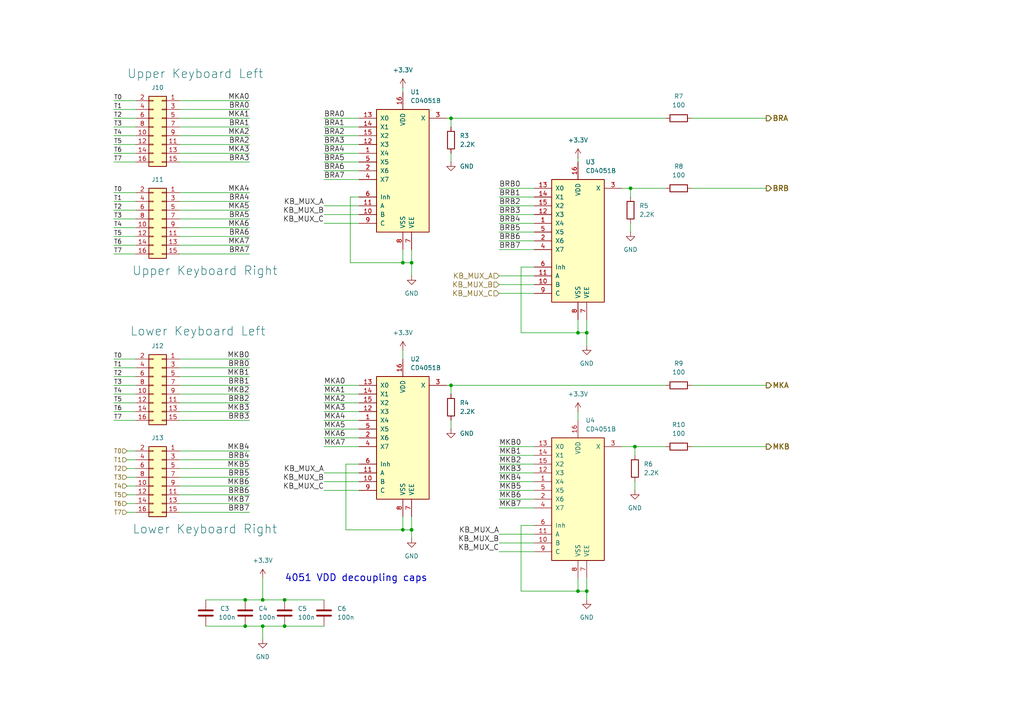
<source format=kicad_sch>
(kicad_sch (version 20250114) (generator "eeschema") (generator_version "9.0")
  (paper "A4")
  (title_block (title "Keyboards Matrix Scanner") (date "2025-07-30") (rev "1.0"))
  (lib_symbols
    (symbol "4xxx:4051" (pin_names (offset 1.016))
      (property "Reference" "U" (at -7.62 19.05 0))
      (property "Value" "4051" (at -7.62 -19.05 0))
      (symbol "4051_1_0"
        (pin passive line (at -12.7 15.24 0) (length 5.08) (name "X0") (number "13"))
        (pin passive line (at -12.7 12.7 0) (length 5.08) (name "X1") (number "14"))
        (pin passive line (at -12.7 10.16 0) (length 5.08) (name "X2") (number "15"))
        (pin passive line (at -12.7 7.62 0) (length 5.08) (name "X3") (number "12"))
        (pin passive line (at -12.7 5.08 0) (length 5.08) (name "X4") (number "1"))
        (pin passive line (at -12.7 2.54 0) (length 5.08) (name "X5") (number "5"))
        (pin passive line (at -12.7 0 0) (length 5.08) (name "X6") (number "2"))
        (pin passive line (at -12.7 -2.54 0) (length 5.08) (name "X7") (number "4"))
        (pin input line (at -12.7 -7.62 0) (length 5.08) (name "Inh") (number "6"))
        (pin input line (at -12.7 -10.16 0) (length 5.08) (name "A") (number "11"))
        (pin input line (at -12.7 -12.7 0) (length 5.08) (name "B") (number "10"))
        (pin input line (at -12.7 -15.24 0) (length 5.08) (name "C") (number "9"))
        (pin power_in line (at 0 22.86 270) (length 5.08) (name "VDD") (number "16"))
        (pin power_in line (at 0 -22.86 90) (length 5.08) (name "VSS") (number "8"))
        (pin power_in line (at 2.54 -22.86 90) (length 5.08) (name "VEE") (number "7"))
        (pin passive line (at 12.7 15.24 180) (length 5.08) (name "X") (number "3"))
      )
      (symbol "4051_1_1"
        (rectangle (start -7.62 17.78) (end 7.62 -17.78) (stroke (width 0.254)) (fill (type background)))
      )
    )
    (symbol "Connector_Generic:Conn_02x08_Odd_Even" (pin_names (offset 1.016) (hide yes))
      (property "Reference" "J" (at 1.27 10.16 0))
      (property "Value" "Conn_02x08_Odd_Even" (at 1.27 -12.7 0))
      (symbol "Conn_02x08_Odd_Even_1_1"
        (rectangle (start -1.27 8.89) (end 3.81 -11.43) (stroke (width 0.254)) (fill (type background)))
        (rectangle (start -1.27 7.747) (end 0 7.493) (stroke (width 0.1524)))
        (rectangle (start -1.27 5.207) (end 0 4.953) (stroke (width 0.1524)))
        (rectangle (start -1.27 2.667) (end 0 2.413) (stroke (width 0.1524)))
        (rectangle (start -1.27 0.127) (end 0 -0.127) (stroke (width 0.1524)))
        (rectangle (start -1.27 -2.413) (end 0 -2.667) (stroke (width 0.1524)))
        (rectangle (start -1.27 -4.953) (end 0 -5.207) (stroke (width 0.1524)))
        (rectangle (start -1.27 -7.493) (end 0 -7.747) (stroke (width 0.1524)))
        (rectangle (start -1.27 -10.033) (end 0 -10.287) (stroke (width 0.1524)))
        (rectangle (start 3.81 7.747) (end 2.54 7.493) (stroke (width 0.1524)))
        (rectangle (start 3.81 5.207) (end 2.54 4.953) (stroke (width 0.1524)))
        (rectangle (start 3.81 2.667) (end 2.54 2.413) (stroke (width 0.1524)))
        (rectangle (start 3.81 0.127) (end 2.54 -0.127) (stroke (width 0.1524)))
        (rectangle (start 3.81 -2.413) (end 2.54 -2.667) (stroke (width 0.1524)))
        (rectangle (start 3.81 -4.953) (end 2.54 -5.207) (stroke (width 0.1524)))
        (rectangle (start 3.81 -7.493) (end 2.54 -7.747) (stroke (width 0.1524)))
        (rectangle (start 3.81 -10.033) (end 2.54 -10.287) (stroke (width 0.1524)))
        (pin passive line (at -5.08 7.62 0) (length 3.81) (name "Pin_1") (number "1"))
        (pin passive line (at -5.08 5.08 0) (length 3.81) (name "Pin_3") (number "3"))
        (pin passive line (at -5.08 2.54 0) (length 3.81) (name "Pin_5") (number "5"))
        (pin passive line (at -5.08 0 0) (length 3.81) (name "Pin_7") (number "7"))
        (pin passive line (at -5.08 -2.54 0) (length 3.81) (name "Pin_9") (number "9"))
        (pin passive line (at -5.08 -5.08 0) (length 3.81) (name "Pin_11") (number "11"))
        (pin passive line (at -5.08 -7.62 0) (length 3.81) (name "Pin_13") (number "13"))
        (pin passive line (at -5.08 -10.16 0) (length 3.81) (name "Pin_15") (number "15"))
        (pin passive line (at 7.62 7.62 180) (length 3.81) (name "Pin_2") (number "2"))
        (pin passive line (at 7.62 5.08 180) (length 3.81) (name "Pin_4") (number "4"))
        (pin passive line (at 7.62 2.54 180) (length 3.81) (name "Pin_6") (number "6"))
        (pin passive line (at 7.62 0 180) (length 3.81) (name "Pin_8") (number "8"))
        (pin passive line (at 7.62 -2.54 180) (length 3.81) (name "Pin_10") (number "10"))
        (pin passive line (at 7.62 -5.08 180) (length 3.81) (name "Pin_12") (number "12"))
        (pin passive line (at 7.62 -7.62 180) (length 3.81) (name "Pin_14") (number "14"))
        (pin passive line (at 7.62 -10.16 180) (length 3.81) (name "Pin_16") (number "16"))
      )
    )
    (symbol "Device:C" (pin_numbers (hide yes)) (pin_names (offset 0.254))
      (property "Reference" "C" (at 0.635 2.54 0))
      (property "Value" "C" (at 0.635 -2.54 0))
      (symbol "C_0_1"
        (polyline (pts (xy -2.032 0.762) (xy 2.032 0.762)) (stroke (width 0.508)))
        (polyline (pts (xy -2.032 -0.762) (xy 2.032 -0.762)) (stroke (width 0.508)))
      )
      (symbol "C_1_1"
        (pin passive line (at 0 3.81 270) (length 2.794) (name "~") (number "1"))
        (pin passive line (at 0 -3.81 90) (length 2.794) (name "~") (number "2"))
      )
    )
    (symbol "Device:R" (pin_numbers (hide yes)) (pin_names (offset 0))
      (property "Reference" "R" (at 2.032 0 90))
      (property "Value" "R" (at 0 0 90))
      (symbol "R_0_1"
        (rectangle (start -1.016 -2.54) (end 1.016 2.54) (stroke (width 0.254)))
      )
      (symbol "R_1_1"
        (pin passive line (at 0 3.81 270) (length 1.27) (name "~") (number "1"))
        (pin passive line (at 0 -3.81 90) (length 1.27) (name "~") (number "2"))
      )
    )
    (symbol "power:+3.3V" (power) (pin_numbers (hide yes)) (pin_names (offset 0) (hide yes))
      (property "Value" "+3.3V" (at 0 3.556 0))
      (symbol "+3.3V_0_1"
        (polyline (pts (xy -0.762 1.27) (xy 0 2.54)))
        (polyline (pts (xy 0 2.54) (xy 0.762 1.27)))
        (polyline (pts (xy 0 0) (xy 0 2.54)))
      )
      (symbol "+3.3V_1_1"
        (pin power_in line (at 0 0 90) (length 0) (name "~") (number "1"))
      )
    )
    (symbol "power:GND" (power) (pin_numbers (hide yes)) (pin_names (offset 0) (hide yes))
      (property "Value" "GND" (at 0 -3.81 0))
      (symbol "GND_0_1"
        (polyline (pts (xy 0 0) (xy 0 -1.27) (xy 1.27 -1.27) (xy 0 -2.54) (xy -1.27 -1.27) (xy 0 -1.27)))
      )
      (symbol "GND_1_1"
        (pin power_in line (at 0 0 270) (length 0) (name "~") (number "1"))
      )
    )
  )
  (text "4051 VDD decoupling caps" (at 82.55 168.91 0) (effects (font (size 2 2) (thickness 0.254) (bold yes)) (justify left bottom)))
  (junction (at 82.55 173.99))
  (junction (at 71.12 181.61))
  (junction (at 170.18 171.45))
  (junction (at 167.64 171.45))
  (junction (at 184.15 129.54))
  (junction (at 116.84 153.67))
  (junction (at 71.12 173.99))
  (junction (at 76.2 181.61))
  (junction (at 182.88 54.61))
  (junction (at 119.38 153.67))
  (junction (at 130.81 34.29))
  (junction (at 130.81 111.76))
  (junction (at 167.64 96.52))
  (junction (at 119.38 76.2))
  (junction (at 116.84 76.2))
  (junction (at 170.18 96.52))
  (junction (at 82.55 181.61))
  (junction (at 76.2 173.99))
  (wire (pts (xy 104.14 129.54) (xy 93.98 129.54)))
  (wire (pts (xy 119.38 76.2) (xy 116.84 76.2)))
  (wire (pts (xy 170.18 171.45) (xy 170.18 173.99)))
  (wire (pts (xy 33.02 109.22) (xy 39.37 109.22)))
  (wire (pts (xy 33.02 34.29) (xy 39.37 34.29)))
  (wire (pts (xy 33.02 106.68) (xy 39.37 106.68)))
  (wire (pts (xy 104.14 44.45) (xy 93.98 44.45)))
  (wire (pts (xy 52.07 31.75) (xy 72.39 31.75)))
  (wire (pts (xy 200.66 129.54) (xy 222.25 129.54)))
  (wire (pts (xy 119.38 153.67) (xy 116.84 153.67)))
  (wire (pts (xy 170.18 171.45) (xy 170.18 167.64)))
  (wire (pts (xy 52.07 68.58) (xy 72.39 68.58)))
  (wire (pts (xy 52.07 55.88) (xy 72.39 55.88)))
  (wire (pts (xy 52.07 114.3) (xy 72.39 114.3)))
  (wire (pts (xy 130.81 114.3) (xy 130.81 111.76)))
  (wire (pts (xy 104.14 64.77) (xy 93.98 64.77)))
  (wire (pts (xy 104.14 119.38) (xy 93.98 119.38)))
  (wire (pts (xy 167.64 92.71) (xy 167.64 96.52)))
  (wire (pts (xy 36.83 130.81) (xy 39.37 130.81)))
  (wire (pts (xy 154.94 160.02) (xy 144.78 160.02)))
  (wire (pts (xy 104.14 52.07) (xy 93.98 52.07)))
  (wire (pts (xy 116.84 72.39) (xy 116.84 76.2)))
  (wire (pts (xy 76.2 167.64) (xy 76.2 173.99)))
  (wire (pts (xy 33.02 44.45) (xy 39.37 44.45)))
  (wire (pts (xy 52.07 140.97) (xy 72.39 140.97)))
  (wire (pts (xy 130.81 111.76) (xy 193.04 111.76)))
  (wire (pts (xy 154.94 54.61) (xy 144.78 54.61)))
  (wire (pts (xy 170.18 96.52) (xy 170.18 100.33)))
  (wire (pts (xy 116.84 104.14) (xy 116.84 101.6)))
  (wire (pts (xy 154.94 77.47) (xy 151.13 77.47)))
  (wire (pts (xy 36.83 133.35) (xy 39.37 133.35)))
  (wire (pts (xy 100.33 153.67) (xy 100.33 134.62)))
  (wire (pts (xy 71.12 173.99) (xy 76.2 173.99)))
  (wire (pts (xy 200.66 111.76) (xy 222.25 111.76)))
  (wire (pts (xy 36.83 143.51) (xy 39.37 143.51)))
  (wire (pts (xy 104.14 116.84) (xy 93.98 116.84)))
  (wire (pts (xy 52.07 41.91) (xy 72.39 41.91)))
  (wire (pts (xy 52.07 73.66) (xy 72.39 73.66)))
  (wire (pts (xy 154.94 64.77) (xy 144.78 64.77)))
  (wire (pts (xy 182.88 57.15) (xy 182.88 54.61)))
  (wire (pts (xy 52.07 36.83) (xy 72.39 36.83)))
  (wire (pts (xy 52.07 135.89) (xy 72.39 135.89)))
  (wire (pts (xy 33.02 58.42) (xy 39.37 58.42)))
  (wire (pts (xy 59.69 181.61) (xy 71.12 181.61)))
  (wire (pts (xy 52.07 44.45) (xy 72.39 44.45)))
  (wire (pts (xy 144.78 80.01) (xy 154.94 80.01)))
  (wire (pts (xy 104.14 41.91) (xy 93.98 41.91)))
  (wire (pts (xy 36.83 138.43) (xy 39.37 138.43)))
  (wire (pts (xy 76.2 185.42) (xy 76.2 181.61)))
  (wire (pts (xy 52.07 111.76) (xy 72.39 111.76)))
  (wire (pts (xy 154.94 72.39) (xy 144.78 72.39)))
  (wire (pts (xy 119.38 72.39) (xy 119.38 76.2)))
  (wire (pts (xy 154.94 152.4) (xy 151.13 152.4)))
  (wire (pts (xy 104.14 62.23) (xy 93.98 62.23)))
  (wire (pts (xy 154.94 142.24) (xy 144.78 142.24)))
  (wire (pts (xy 101.6 76.2) (xy 101.6 57.15)))
  (wire (pts (xy 167.64 171.45) (xy 151.13 171.45)))
  (wire (pts (xy 104.14 49.53) (xy 93.98 49.53)))
  (wire (pts (xy 33.02 71.12) (xy 39.37 71.12)))
  (wire (pts (xy 71.12 181.61) (xy 76.2 181.61)))
  (wire (pts (xy 167.64 96.52) (xy 151.13 96.52)))
  (wire (pts (xy 154.94 132.08) (xy 144.78 132.08)))
  (wire (pts (xy 52.07 121.92) (xy 72.39 121.92)))
  (wire (pts (xy 39.37 73.66) (xy 33.02 73.66)))
  (wire (pts (xy 52.07 58.42) (xy 72.39 58.42)))
  (wire (pts (xy 33.02 119.38) (xy 39.37 119.38)))
  (wire (pts (xy 130.81 34.29) (xy 193.04 34.29)))
  (wire (pts (xy 104.14 34.29) (xy 93.98 34.29)))
  (wire (pts (xy 39.37 121.92) (xy 33.02 121.92)))
  (wire (pts (xy 154.94 67.31) (xy 144.78 67.31)))
  (wire (pts (xy 116.84 76.2) (xy 101.6 76.2)))
  (wire (pts (xy 130.81 36.83) (xy 130.81 34.29)))
  (wire (pts (xy 33.02 116.84) (xy 39.37 116.84)))
  (wire (pts (xy 184.15 129.54) (xy 193.04 129.54)))
  (wire (pts (xy 33.02 41.91) (xy 39.37 41.91)))
  (wire (pts (xy 76.2 173.99) (xy 82.55 173.99)))
  (wire (pts (xy 116.84 26.67) (xy 116.84 25.4)))
  (wire (pts (xy 167.64 45.72) (xy 167.64 46.99)))
  (wire (pts (xy 52.07 109.22) (xy 72.39 109.22)))
  (wire (pts (xy 154.94 157.48) (xy 144.78 157.48)))
  (wire (pts (xy 36.83 135.89) (xy 39.37 135.89)))
  (wire (pts (xy 144.78 85.09) (xy 154.94 85.09)))
  (wire (pts (xy 151.13 96.52) (xy 151.13 77.47)))
  (wire (pts (xy 130.81 46.99) (xy 130.81 44.45)))
  (wire (pts (xy 52.07 148.59) (xy 72.39 148.59)))
  (wire (pts (xy 52.07 133.35) (xy 72.39 133.35)))
  (wire (pts (xy 184.15 142.24) (xy 184.15 139.7)))
  (wire (pts (xy 104.14 59.69) (xy 93.98 59.69)))
  (wire (pts (xy 52.07 71.12) (xy 72.39 71.12)))
  (wire (pts (xy 154.94 129.54) (xy 144.78 129.54)))
  (wire (pts (xy 167.64 96.52) (xy 170.18 96.52)))
  (wire (pts (xy 33.02 55.88) (xy 39.37 55.88)))
  (wire (pts (xy 52.07 146.05) (xy 72.39 146.05)))
  (wire (pts (xy 104.14 39.37) (xy 93.98 39.37)))
  (wire (pts (xy 154.94 137.16) (xy 144.78 137.16)))
  (wire (pts (xy 104.14 46.99) (xy 93.98 46.99)))
  (wire (pts (xy 104.14 111.76) (xy 93.98 111.76)))
  (wire (pts (xy 52.07 143.51) (xy 72.39 143.51)))
  (wire (pts (xy 52.07 46.99) (xy 72.39 46.99)))
  (wire (pts (xy 82.55 181.61) (xy 93.98 181.61)))
  (wire (pts (xy 93.98 137.16) (xy 104.14 137.16)))
  (wire (pts (xy 154.94 147.32) (xy 144.78 147.32)))
  (wire (pts (xy 182.88 64.77) (xy 182.88 67.31)))
  (wire (pts (xy 33.02 31.75) (xy 39.37 31.75)))
  (wire (pts (xy 154.94 154.94) (xy 144.78 154.94)))
  (wire (pts (xy 52.07 34.29) (xy 72.39 34.29)))
  (wire (pts (xy 52.07 138.43) (xy 72.39 138.43)))
  (wire (pts (xy 180.34 129.54) (xy 184.15 129.54)))
  (wire (pts (xy 52.07 116.84) (xy 72.39 116.84)))
  (wire (pts (xy 52.07 39.37) (xy 72.39 39.37)))
  (wire (pts (xy 33.02 68.58) (xy 39.37 68.58)))
  (wire (pts (xy 52.07 104.14) (xy 72.39 104.14)))
  (wire (pts (xy 33.02 114.3) (xy 39.37 114.3)))
  (wire (pts (xy 104.14 36.83) (xy 93.98 36.83)))
  (wire (pts (xy 52.07 106.68) (xy 72.39 106.68)))
  (wire (pts (xy 116.84 149.86) (xy 116.84 153.67)))
  (wire (pts (xy 93.98 142.24) (xy 104.14 142.24)))
  (wire (pts (xy 52.07 119.38) (xy 72.39 119.38)))
  (wire (pts (xy 76.2 181.61) (xy 82.55 181.61)))
  (wire (pts (xy 170.18 96.52) (xy 170.18 92.71)))
  (wire (pts (xy 154.94 144.78) (xy 144.78 144.78)))
  (wire (pts (xy 184.15 132.08) (xy 184.15 129.54)))
  (wire (pts (xy 36.83 140.97) (xy 39.37 140.97)))
  (wire (pts (xy 104.14 121.92) (xy 93.98 121.92)))
  (wire (pts (xy 119.38 153.67) (xy 119.38 156.21)))
  (wire (pts (xy 200.66 34.29) (xy 222.25 34.29)))
  (wire (pts (xy 36.83 146.05) (xy 39.37 146.05)))
  (wire (pts (xy 182.88 54.61) (xy 193.04 54.61)))
  (wire (pts (xy 52.07 63.5) (xy 72.39 63.5)))
  (wire (pts (xy 104.14 114.3) (xy 93.98 114.3)))
  (wire (pts (xy 154.94 82.55) (xy 144.78 82.55)))
  (wire (pts (xy 33.02 104.14) (xy 39.37 104.14)))
  (wire (pts (xy 104.14 134.62) (xy 100.33 134.62)))
  (wire (pts (xy 116.84 153.67) (xy 100.33 153.67)))
  (wire (pts (xy 33.02 66.04) (xy 39.37 66.04)))
  (wire (pts (xy 33.02 63.5) (xy 39.37 63.5)))
  (wire (pts (xy 59.69 173.99) (xy 71.12 173.99)))
  (wire (pts (xy 104.14 127) (xy 93.98 127)))
  (wire (pts (xy 104.14 124.46) (xy 93.98 124.46)))
  (wire (pts (xy 104.14 57.15) (xy 101.6 57.15)))
  (wire (pts (xy 119.38 76.2) (xy 119.38 80.01)))
  (wire (pts (xy 52.07 66.04) (xy 72.39 66.04)))
  (wire (pts (xy 33.02 36.83) (xy 39.37 36.83)))
  (wire (pts (xy 33.02 60.96) (xy 39.37 60.96)))
  (wire (pts (xy 33.02 29.21) (xy 39.37 29.21)))
  (wire (pts (xy 52.07 29.21) (xy 72.39 29.21)))
  (wire (pts (xy 104.14 139.7) (xy 93.98 139.7)))
  (wire (pts (xy 39.37 46.99) (xy 33.02 46.99)))
  (wire (pts (xy 52.07 60.96) (xy 72.39 60.96)))
  (wire (pts (xy 154.94 69.85) (xy 144.78 69.85)))
  (wire (pts (xy 129.54 111.76) (xy 130.81 111.76)))
  (wire (pts (xy 33.02 111.76) (xy 39.37 111.76)))
  (wire (pts (xy 170.18 171.45) (xy 167.64 171.45)))
  (wire (pts (xy 39.37 148.59) (xy 36.83 148.59)))
  (wire (pts (xy 167.64 167.64) (xy 167.64 171.45)))
  (wire (pts (xy 151.13 171.45) (xy 151.13 152.4)))
  (wire (pts (xy 180.34 54.61) (xy 182.88 54.61)))
  (wire (pts (xy 154.94 139.7) (xy 144.78 139.7)))
  (wire (pts (xy 154.94 59.69) (xy 144.78 59.69)))
  (wire (pts (xy 82.55 173.99) (xy 93.98 173.99)))
  (wire (pts (xy 154.94 57.15) (xy 144.78 57.15)))
  (wire (pts (xy 167.64 121.92) (xy 167.64 119.38)))
  (wire (pts (xy 154.94 62.23) (xy 144.78 62.23)))
  (wire (pts (xy 33.02 39.37) (xy 39.37 39.37)))
  (wire (pts (xy 154.94 134.62) (xy 144.78 134.62)))
  (wire (pts (xy 52.07 130.81) (xy 72.39 130.81)))
  (wire (pts (xy 119.38 153.67) (xy 119.38 149.86)))
  (wire (pts (xy 130.81 124.46) (xy 130.81 121.92)))
  (wire (pts (xy 129.54 34.29) (xy 130.81 34.29)))
  (wire (pts (xy 200.66 54.61) (xy 222.25 54.61)))
  (label "MKB3" (at 72.39 119.38 180) (effects (font (size 1.524 1.524))))
  (label "BRB6" (at 72.39 143.51 180) (effects (font (size 1.524 1.524))))
  (label "MKA5" (at 72.39 60.96 180) (effects (font (size 1.524 1.524))))
  (label "BRB2" (at 144.78 59.69 0) (effects (font (size 1.524 1.524))))
  (label "BRA5" (at 72.39 63.5 180) (effects (font (size 1.524 1.524))))
  (label "BRB0" (at 144.78 54.61 0) (effects (font (size 1.524 1.524))))
  (label "MKB6" (at 72.39 140.97 180) (effects (font (size 1.524 1.524))))
  (label "BRB2" (at 72.39 116.84 180) (effects (font (size 1.524 1.524))))
  (label "MKA2" (at 72.39 39.37 180) (effects (font (size 1.524 1.524))))
  (label "KB_MUX_C" (at 93.98 64.77 180) (effects (font (size 1.524 1.524))))
  (label "T5" (at 33.02 41.91 0))
  (label "MKB5" (at 144.78 142.24 0) (effects (font (size 1.524 1.524))))
  (label "BRB4" (at 72.39 133.35 180) (effects (font (size 1.524 1.524))))
  (label "T6" (at 33.02 44.45 0))
  (label "BRA3" (at 93.98 41.91 0) (effects (font (size 1.524 1.524))))
  (label "BRA2" (at 93.98 39.37 0) (effects (font (size 1.524 1.524))))
  (label "KB_MUX_C" (at 144.78 160.02 180) (effects (font (size 1.524 1.524))))
  (label "MKA7" (at 72.39 71.12 180) (effects (font (size 1.524 1.524))))
  (label "BRB1" (at 72.39 111.76 180) (effects (font (size 1.524 1.524))))
  (label "T7" (at 33.02 73.66 0))
  (label "BRB3" (at 144.78 62.23 0) (effects (font (size 1.524 1.524))))
  (label "BRA4" (at 72.39 58.42 180) (effects (font (size 1.524 1.524))))
  (label "MKB2" (at 144.78 134.62 0) (effects (font (size 1.524 1.524))))
  (label "BRA5" (at 93.98 46.99 0) (effects (font (size 1.524 1.524))))
  (label "BRB5" (at 72.39 138.43 180) (effects (font (size 1.524 1.524))))
  (label "BRB1" (at 144.78 57.15 0) (effects (font (size 1.524 1.524))))
  (label "BRA6" (at 72.39 68.58 180) (effects (font (size 1.524 1.524))))
  (label "MKA4" (at 93.98 121.92 0) (effects (font (size 1.524 1.524))))
  (label "T4" (at 33.02 39.37 0))
  (label "BRB4" (at 144.78 64.77 0) (effects (font (size 1.524 1.524))))
  (label "BRB5" (at 144.78 67.31 0) (effects (font (size 1.524 1.524))))
  (label "MKA5" (at 93.98 124.46 0) (effects (font (size 1.524 1.524))))
  (label "T5" (at 33.02 68.58 0))
  (label "BRA6" (at 93.98 49.53 0) (effects (font (size 1.524 1.524))))
  (label "MKA2" (at 93.98 116.84 0) (effects (font (size 1.524 1.524))))
  (label "MKB7" (at 72.39 146.05 180) (effects (font (size 1.524 1.524))))
  (label "MKB5" (at 72.39 135.89 180) (effects (font (size 1.524 1.524))))
  (label "T0" (at 33.02 55.88 0))
  (label "T1" (at 33.02 106.68 0))
  (label "MKB7" (at 144.78 147.32 0) (effects (font (size 1.524 1.524))))
  (label "BRA4" (at 93.98 44.45 0) (effects (font (size 1.524 1.524))))
  (label "T4" (at 33.02 66.04 0))
  (label "T0" (at 33.02 29.21 0))
  (label "MKB3" (at 144.78 137.16 0) (effects (font (size 1.524 1.524))))
  (label "BRA3" (at 72.39 46.99 180) (effects (font (size 1.524 1.524))))
  (label "MKA6" (at 93.98 127 0) (effects (font (size 1.524 1.524))))
  (label "BRB7" (at 144.78 72.39 0) (effects (font (size 1.524 1.524))))
  (label "BRA0" (at 72.39 31.75 180) (effects (font (size 1.524 1.524))))
  (label "MKA0" (at 72.39 29.21 180) (effects (font (size 1.524 1.524))))
  (label "T7" (at 33.02 121.92 0))
  (label "T7" (at 33.02 46.99 0))
  (label "MKB0" (at 72.39 104.14 180) (effects (font (size 1.524 1.524))))
  (label "KB_MUX_A" (at 144.78 154.94 180) (effects (font (size 1.524 1.524))))
  (label "T0" (at 33.02 104.14 0))
  (label "MKA3" (at 93.98 119.38 0) (effects (font (size 1.524 1.524))))
  (label "T6" (at 33.02 119.38 0))
  (label "MKA3" (at 72.39 44.45 180) (effects (font (size 1.524 1.524))))
  (label "BRA0" (at 93.98 34.29 0) (effects (font (size 1.524 1.524))))
  (label "KB_MUX_A" (at 93.98 137.16 180) (effects (font (size 1.524 1.524))))
  (label "MKA1" (at 72.39 34.29 180) (effects (font (size 1.524 1.524))))
  (label "T6" (at 33.02 71.12 0))
  (label "T1" (at 33.02 31.75 0))
  (label "T2" (at 33.02 34.29 0))
  (label "MKA4" (at 72.39 55.88 180) (effects (font (size 1.524 1.524))))
  (label "MKB4" (at 144.78 139.7 0) (effects (font (size 1.524 1.524))))
  (label "KB_MUX_C" (at 93.98 142.24 180) (effects (font (size 1.524 1.524))))
  (label "BRA7" (at 72.39 73.66 180) (effects (font (size 1.524 1.524))))
  (label "MKB2" (at 72.39 114.3 180) (effects (font (size 1.524 1.524))))
  (label "BRA2" (at 72.39 41.91 180) (effects (font (size 1.524 1.524))))
  (label "T2" (at 33.02 60.96 0))
  (label "MKA0" (at 93.98 111.76 0) (effects (font (size 1.524 1.524))))
  (label "MKA7" (at 93.98 129.54 0) (effects (font (size 1.524 1.524))))
  (label "KB_MUX_B" (at 93.98 139.7 180) (effects (font (size 1.524 1.524))))
  (label "T5" (at 33.02 116.84 0))
  (label "T1" (at 33.02 58.42 0))
  (label "T3" (at 33.02 63.5 0))
  (label "BRB7" (at 72.39 148.59 180) (effects (font (size 1.524 1.524))))
  (label "BRA1" (at 72.39 36.83 180) (effects (font (size 1.524 1.524))))
  (label "BRB0" (at 72.39 106.68 180) (effects (font (size 1.524 1.524))))
  (label "T2" (at 33.02 109.22 0))
  (label "BRB3" (at 72.39 121.92 180) (effects (font (size 1.524 1.524))))
  (label "BRB6" (at 144.78 69.85 0) (effects (font (size 1.524 1.524))))
  (label "MKB1" (at 72.39 109.22 180) (effects (font (size 1.524 1.524))))
  (label "MKB1" (at 144.78 132.08 0) (effects (font (size 1.524 1.524))))
  (label "KB_MUX_A" (at 93.98 59.69 180) (effects (font (size 1.524 1.524))))
  (label "MKB0" (at 144.78 129.54 0) (effects (font (size 1.524 1.524))))
  (label "MKA1" (at 93.98 114.3 0) (effects (font (size 1.524 1.524))))
  (label "T3" (at 33.02 36.83 0))
  (label "MKB4" (at 72.39 130.81 180) (effects (font (size 1.524 1.524))))
  (label "MKA6" (at 72.39 66.04 180) (effects (font (size 1.524 1.524))))
  (label "BRA1" (at 93.98 36.83 0) (effects (font (size 1.524 1.524))))
  (label "KB_MUX_B" (at 144.78 157.48 180) (effects (font (size 1.524 1.524))))
  (label "BRA7" (at 93.98 52.07 0) (effects (font (size 1.524 1.524))))
  (label "KB_MUX_B" (at 93.98 62.23 180) (effects (font (size 1.524 1.524))))
  (label "T4" (at 33.02 114.3 0))
  (label "T3" (at 33.02 111.76 0))
  (label "MKB6" (at 144.78 144.78 0) (effects (font (size 1.524 1.524))))
  (hierarchical_label "T4" (shape input) (at 36.83 140.97 180))
  (hierarchical_label "KB_MUX_A" (shape input) (at 144.78 80.01 180) (effects (font (size 1.524 1.524))))
  (hierarchical_label "KB_MUX_B" (shape input) (at 144.78 82.55 180) (effects (font (size 1.524 1.524))))
  (hierarchical_label "T3" (shape input) (at 36.83 138.43 180))
  (hierarchical_label "T6" (shape input) (at 36.83 146.05 180))
  (hierarchical_label "MKB" (shape output) (at 222.25 129.54 0) (effects (font (size 1.524 1.524) (thickness 0.254) (bold yes))))
  (hierarchical_label "BRB" (shape output) (at 222.25 54.61 0) (effects (font (size 1.524 1.524) (thickness 0.254) (bold yes))))
  (hierarchical_label "T0" (shape input) (at 36.83 130.81 180))
  (hierarchical_label "T2" (shape input) (at 36.83 135.89 180))
  (hierarchical_label "BRA" (shape output) (at 222.25 34.29 0) (effects (font (size 1.524 1.524) (thickness 0.254) (bold yes))))
  (hierarchical_label "MKA" (shape output) (at 222.25 111.76 0) (effects (font (size 1.524 1.524) (thickness 0.254) (bold yes))))
  (hierarchical_label "T7" (shape input) (at 36.83 148.59 180))
  (hierarchical_label "T5" (shape input) (at 36.83 143.51 180))
  (hierarchical_label "KB_MUX_C" (shape input) (at 144.78 85.09 180) (effects (font (size 1.524 1.524))))
  (hierarchical_label "T1" (shape input) (at 36.83 133.35 180))
  (symbol (lib_id "4xxx:4051") (at 167.64 69.85 0) (unit 1)
    (property "Reference" "U3" (at 169.8341 46.99 0) (effects (justify left)))
    (property "Value" "CD4051B" (at 169.8341 49.53 0) (effects (justify left)))
    (property "Footprint" "Package_DIP:DIP-16_W7.62mm" (effects (hide yes)))
    (property "Datasheet" "https://fr.farnell.com/texas-instruments/cd4051be/multiplexer-8-channel-16dip/dp/3124932#anchorTechnicalDOCS" (effects (hide yes)))
    (property "Description" "Analog Multiplexer 8 to 1 lins" (effects (hide yes)))
  )
  (symbol (lib_id "Connector_Generic:Conn_02x08_Odd_Even") (at 46.99 138.43 0) (mirror y) (unit 1)
    (property "Reference" "J13" (at 45.72 127 0))
    (property "Value" "Lower Keyboard Right" (at 59.436 153.416 0) (effects (font (size 2.54 2.54))))
    (property "Footprint" "Connector_IDC:IDC-Header_2x08_P2.54mm_Vertical" (effects (hide yes)))
    (property "Description" "Generic connector, double row, 02x08, odd/even pin numbering scheme (row 1 odd numbers, row 2 even numbers), script generated (kicad-library-utils/schlib/autogen/connector/)" (effects (hide yes)))
  )
  (symbol (lib_id "Device:R") (at 196.85 54.61 270) (unit 1)
    (property "Reference" "R8" (at 196.85 48.26 90))
    (property "Value" "100" (at 196.85 50.8 90))
    (property "Footprint" "Resistor_THT:R_Axial_DIN0207_L6.3mm_D2.5mm_P7.62mm_Horizontal" (effects (hide yes)))
    (property "Description" "Resistor" (effects (hide yes)))
  )
  (symbol (lib_id "Device:C") (at 71.12 177.8 0) (unit 1)
    (property "Reference" "C4" (at 74.93 176.53 0) (effects (justify left)))
    (property "Value" "100n" (at 74.93 179.07 0) (effects (justify left)))
    (property "Footprint" "Capacitor_THT:C_Rect_L11.5mm_W4.3mm_P10.00mm_MKT" (effects (hide yes)))
    (property "Description" "Unpolarized capacitor" (effects (hide yes)))
  )
  (symbol (lib_id "Connector_Generic:Conn_02x08_Odd_Even") (at 46.99 111.76 0) (mirror y) (unit 1)
    (property "Reference" "J12" (at 45.72 100.33 0))
    (property "Value" "Lower Keyboard Left" (at 57.404 96.012 0) (effects (font (size 2.54 2.54))))
    (property "Footprint" "Connector_IDC:IDC-Header_2x08_P2.54mm_Vertical" (effects (hide yes)))
    (property "Description" "Generic connector, double row, 02x08, odd/even pin numbering scheme (row 1 odd numbers, row 2 even numbers), script generated (kicad-library-utils/schlib/autogen/connector/)" (effects (hide yes)))
  )
  (symbol (lib_id "Device:C") (at 82.55 177.8 0) (unit 1)
    (property "Reference" "C5" (at 86.36 176.53 0) (effects (justify left)))
    (property "Value" "100n" (at 86.36 179.07 0) (effects (justify left)))
    (property "Footprint" "Capacitor_THT:C_Rect_L11.5mm_W4.3mm_P10.00mm_MKT" (effects (hide yes)))
    (property "Description" "Unpolarized capacitor" (effects (hide yes)))
  )
  (symbol (lib_id "4xxx:4051") (at 116.84 127 0) (unit 1)
    (property "Reference" "U2" (at 119.0341 104.14 0) (effects (justify left)))
    (property "Value" "CD4051B" (at 119.0341 106.68 0) (effects (justify left)))
    (property "Footprint" "Package_DIP:DIP-16_W7.62mm" (effects (hide yes)))
    (property "Datasheet" "https://fr.farnell.com/texas-instruments/cd4051be/multiplexer-8-channel-16dip/dp/3124932#anchorTechnicalDOCS" (effects (hide yes)))
    (property "Description" "Analog Multiplexer 8 to 1 lins" (effects (hide yes)))
  )
  (symbol (lib_id "power:GND") (at 184.15 142.24 0) (unit 1)
    (property "Reference" "#PWR029" (effects (hide yes)))
    (property "Value" "GND" (at 184.15 147.32 0))
    (property "Description" "Power symbol creates a global label with name \"GND\" , ground" (effects (hide yes)))
  )
  (symbol (lib_id "Device:C") (at 93.98 177.8 0) (unit 1)
    (property "Reference" "C6" (at 97.79 176.53 0) (effects (justify left)))
    (property "Value" "100n" (at 97.79 179.07 0) (effects (justify left)))
    (property "Footprint" "Capacitor_THT:C_Rect_L11.5mm_W4.3mm_P10.00mm_MKT" (effects (hide yes)))
    (property "Description" "Unpolarized capacitor" (effects (hide yes)))
  )
  (symbol (lib_id "power:+3.3V") (at 116.84 101.6 0) (unit 1)
    (property "Reference" "#PWR019" (effects (hide yes)))
    (property "Value" "+3.3V" (at 116.84 96.52 0))
    (property "Description" "Power symbol creates a global label with name \"+3.3V\"" (effects (hide yes)))
  )
  (symbol (lib_id "power:+3.3V") (at 167.64 45.72 0) (unit 1)
    (property "Reference" "#PWR018" (effects (hide yes)))
    (property "Value" "+3.3V" (at 167.64 40.64 0))
    (property "Description" "Power symbol creates a global label with name \"+3.3V\"" (effects (hide yes)))
  )
  (symbol (lib_id "Connector_Generic:Conn_02x08_Odd_Even") (at 46.99 63.5 0) (mirror y) (unit 1)
    (property "Reference" "J11" (at 45.72 52.07 0))
    (property "Value" "Upper Keyboard Right" (at 59.436 78.486 0) (effects (font (size 2.54 2.54))))
    (property "Footprint" "Connector_IDC:IDC-Header_2x08_P2.54mm_Vertical" (effects (hide yes)))
    (property "Description" "Generic connector, double row, 02x08, odd/even pin numbering scheme (row 1 odd numbers, row 2 even numbers), script generated (kicad-library-utils/schlib/autogen/connector/)" (effects (hide yes)))
  )
  (symbol (lib_id "power:+3.3V") (at 116.84 25.4 0) (unit 1)
    (property "Reference" "#PWR048" (effects (hide yes)))
    (property "Value" "+3.3V" (at 116.84 20.32 0))
    (property "Description" "Power symbol creates a global label with name \"+3.3V\"" (effects (hide yes)))
  )
  (symbol (lib_id "Connector_Generic:Conn_02x08_Odd_Even") (at 46.99 36.83 0) (mirror y) (unit 1)
    (property "Reference" "J10" (at 45.72 25.4 0))
    (property "Value" "Upper Keyboard Left" (at 56.642 21.336 0) (effects (font (size 2.54 2.54))))
    (property "Footprint" "Connector_IDC:IDC-Header_2x08_P2.54mm_Vertical" (effects (hide yes)))
    (property "Description" "Generic connector, double row, 02x08, odd/even pin numbering scheme (row 1 odd numbers, row 2 even numbers), script generated (kicad-library-utils/schlib/autogen/connector/)" (effects (hide yes)))
  )
  (symbol (lib_id "4xxx:4051") (at 116.84 49.53 0) (unit 1)
    (property "Reference" "U1" (at 119.0341 26.67 0) (effects (justify left)))
    (property "Value" "CD4051B" (at 119.0341 29.21 0) (effects (justify left)))
    (property "Footprint" "Package_DIP:DIP-16_W7.62mm" (effects (hide yes)))
    (property "Datasheet" "https://fr.farnell.com/texas-instruments/cd4051be/multiplexer-8-channel-16dip/dp/3124932#anchorTechnicalDOCS" (effects (hide yes)))
    (property "Description" "Analog Multiplexer 8 to 1 lins" (effects (hide yes)))
  )
  (symbol (lib_id "power:GND") (at 182.88 67.31 0) (unit 1)
    (property "Reference" "#PWR028" (effects (hide yes)))
    (property "Value" "GND" (at 182.88 72.39 0))
    (property "Description" "Power symbol creates a global label with name \"GND\" , ground" (effects (hide yes)))
  )
  (symbol (lib_id "Device:R") (at 184.15 135.89 0) (unit 1)
    (property "Reference" "R6" (at 186.69 134.62 0) (effects (justify left)))
    (property "Value" "2.2K" (at 186.69 137.16 0) (effects (justify left)))
    (property "Footprint" "Resistor_THT:R_Axial_DIN0207_L6.3mm_D2.5mm_P7.62mm_Horizontal" (effects (hide yes)))
    (property "Description" "Resistor" (effects (hide yes)))
  )
  (symbol (lib_id "power:GND") (at 130.81 124.46 0) (unit 1)
    (property "Reference" "#PWR023" (effects (hide yes)))
    (property "Value" "GND" (at 133.35 125.73 0) (effects (justify left)))
    (property "Description" "Power symbol creates a global label with name \"GND\" , ground" (effects (hide yes)))
  )
  (symbol (lib_id "power:+3.3V") (at 167.64 119.38 0) (unit 1)
    (property "Reference" "#PWR024" (effects (hide yes)))
    (property "Value" "+3.3V" (at 167.64 114.3 0))
    (property "Description" "Power symbol creates a global label with name \"+3.3V\"" (effects (hide yes)))
  )
  (symbol (lib_id "power:GND") (at 170.18 173.99 0) (unit 1)
    (property "Reference" "#PWR027" (effects (hide yes)))
    (property "Value" "GND" (at 170.18 179.07 0))
    (property "Description" "Power symbol creates a global label with name \"GND\" , ground" (effects (hide yes)))
  )
  (symbol (lib_id "Device:R") (at 196.85 129.54 270) (unit 1)
    (property "Reference" "R10" (at 196.85 123.19 90))
    (property "Value" "100" (at 196.85 125.73 90))
    (property "Footprint" "Resistor_THT:R_Axial_DIN0207_L6.3mm_D2.5mm_P7.62mm_Horizontal" (effects (hide yes)))
    (property "Description" "Resistor" (effects (hide yes)))
  )
  (symbol (lib_id "Device:R") (at 196.85 34.29 270) (unit 1)
    (property "Reference" "R7" (at 196.85 27.94 90))
    (property "Value" "100" (at 196.85 30.48 90))
    (property "Footprint" "Resistor_THT:R_Axial_DIN0207_L6.3mm_D2.5mm_P7.62mm_Horizontal" (effects (hide yes)))
    (property "Description" "Resistor" (effects (hide yes)))
  )
  (symbol (lib_id "Device:C") (at 59.69 177.8 0) (unit 1)
    (property "Reference" "C3" (at 66.548 176.53 0) (effects (justify right)))
    (property "Value" "100n" (at 68.326 179.07 0) (effects (justify right)))
    (property "Footprint" "Capacitor_THT:C_Rect_L11.5mm_W4.3mm_P10.00mm_MKT" (effects (hide yes)))
    (property "Description" "Unpolarized capacitor" (effects (hide yes)))
  )
  (symbol (lib_id "Device:R") (at 130.81 40.64 0) (unit 1)
    (property "Reference" "R3" (at 133.35 39.37 0) (effects (justify left)))
    (property "Value" "2.2K" (at 133.35 41.91 0) (effects (justify left)))
    (property "Footprint" "Resistor_THT:R_Axial_DIN0207_L6.3mm_D2.5mm_P7.62mm_Horizontal" (effects (hide yes)))
    (property "Description" "Resistor" (effects (hide yes)))
  )
  (symbol (lib_id "4xxx:4051") (at 167.64 144.78 0) (unit 1)
    (property "Reference" "U4" (at 169.8341 121.92 0) (effects (justify left)))
    (property "Value" "CD4051B" (at 169.8341 124.46 0) (effects (justify left)))
    (property "Footprint" "Package_DIP:DIP-16_W7.62mm" (effects (hide yes)))
    (property "Datasheet" "https://fr.farnell.com/texas-instruments/cd4051be/multiplexer-8-channel-16dip/dp/3124932#anchorTechnicalDOCS" (effects (hide yes)))
    (property "Description" "Analog Multiplexer 8 to 1 lins" (effects (hide yes)))
  )
  (symbol (lib_id "Device:R") (at 130.81 118.11 0) (unit 1)
    (property "Reference" "R4" (at 133.35 116.84 0) (effects (justify left)))
    (property "Value" "2.2K" (at 133.35 119.38 0) (effects (justify left)))
    (property "Footprint" "Resistor_THT:R_Axial_DIN0207_L6.3mm_D2.5mm_P7.62mm_Horizontal" (effects (hide yes)))
    (property "Description" "Resistor" (effects (hide yes)))
  )
  (symbol (lib_id "Device:R") (at 196.85 111.76 270) (unit 1)
    (property "Reference" "R9" (at 196.85 105.41 90))
    (property "Value" "100" (at 196.85 107.95 90))
    (property "Footprint" "Resistor_THT:R_Axial_DIN0207_L6.3mm_D2.5mm_P7.62mm_Horizontal" (effects (hide yes)))
    (property "Description" "Resistor" (effects (hide yes)))
  )
  (symbol (lib_id "Device:R") (at 182.88 60.96 0) (unit 1)
    (property "Reference" "R5" (at 185.42 59.69 0) (effects (justify left)))
    (property "Value" "2.2K" (at 185.42 62.23 0) (effects (justify left)))
    (property "Footprint" "Resistor_THT:R_Axial_DIN0207_L6.3mm_D2.5mm_P7.62mm_Horizontal" (effects (hide yes)))
    (property "Description" "Resistor" (effects (hide yes)))
  )
  (symbol (lib_id "power:+3.3V") (at 76.2 167.64 0) (unit 1)
    (property "Reference" "#PWR044" (effects (hide yes)))
    (property "Value" "+3.3V" (at 76.2 162.56 0))
    (property "Description" "Power symbol creates a global label with name \"+3.3V\"" (effects (hide yes)))
  )
  (symbol (lib_id "power:GND") (at 119.38 156.21 0) (unit 1)
    (property "Reference" "#PWR021" (effects (hide yes)))
    (property "Value" "GND" (at 119.38 161.29 0))
    (property "Description" "Power symbol creates a global label with name \"GND\" , ground" (effects (hide yes)))
  )
  (symbol (lib_id "power:GND") (at 130.81 46.99 0) (unit 1)
    (property "Reference" "#PWR022" (effects (hide yes)))
    (property "Value" "GND" (at 133.35 48.26 0) (effects (justify left)))
    (property "Description" "Power symbol creates a global label with name \"GND\" , ground" (effects (hide yes)))
  )
  (symbol (lib_id "power:GND") (at 76.2 185.42 0) (unit 1)
    (property "Reference" "#PWR017" (effects (hide yes)))
    (property "Value" "GND" (at 76.2 190.5 0))
    (property "Description" "Power symbol creates a global label with name \"GND\" , ground" (effects (hide yes)))
  )
  (symbol (lib_id "power:GND") (at 119.38 80.01 0) (unit 1)
    (property "Reference" "#PWR020" (effects (hide yes)))
    (property "Value" "GND" (at 119.38 85.09 0))
    (property "Description" "Power symbol creates a global label with name \"GND\" , ground" (effects (hide yes)))
  )
  (symbol (lib_id "power:GND") (at 170.18 100.33 0) (unit 1)
    (property "Reference" "#PWR026" (effects (hide yes)))
    (property "Value" "GND" (at 170.18 105.41 0))
    (property "Description" "Power symbol creates a global label with name \"GND\" , ground" (effects (hide yes)))
  )
)
</source>
